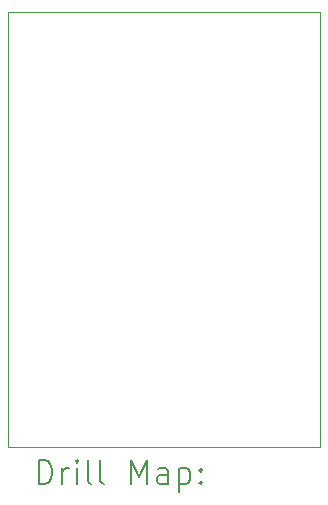
<source format=gbr>
%TF.GenerationSoftware,KiCad,Pcbnew,8.0.6*%
%TF.CreationDate,2024-11-13T16:18:59-08:00*%
%TF.ProjectId,snes_switching_regulator,736e6573-5f73-4776-9974-6368696e675f,A*%
%TF.SameCoordinates,Original*%
%TF.FileFunction,Drillmap*%
%TF.FilePolarity,Positive*%
%FSLAX45Y45*%
G04 Gerber Fmt 4.5, Leading zero omitted, Abs format (unit mm)*
G04 Created by KiCad (PCBNEW 8.0.6) date 2024-11-13 16:18:59*
%MOMM*%
%LPD*%
G01*
G04 APERTURE LIST*
%ADD10C,0.050000*%
%ADD11C,0.200000*%
G04 APERTURE END LIST*
D10*
X12280900Y-10045700D02*
X14922500Y-10045700D01*
X14922500Y-13728700D01*
X12280900Y-13728700D01*
X12280900Y-10045700D01*
D11*
X12539177Y-14042684D02*
X12539177Y-13842684D01*
X12539177Y-13842684D02*
X12586796Y-13842684D01*
X12586796Y-13842684D02*
X12615367Y-13852208D01*
X12615367Y-13852208D02*
X12634415Y-13871255D01*
X12634415Y-13871255D02*
X12643939Y-13890303D01*
X12643939Y-13890303D02*
X12653462Y-13928398D01*
X12653462Y-13928398D02*
X12653462Y-13956969D01*
X12653462Y-13956969D02*
X12643939Y-13995065D01*
X12643939Y-13995065D02*
X12634415Y-14014112D01*
X12634415Y-14014112D02*
X12615367Y-14033160D01*
X12615367Y-14033160D02*
X12586796Y-14042684D01*
X12586796Y-14042684D02*
X12539177Y-14042684D01*
X12739177Y-14042684D02*
X12739177Y-13909350D01*
X12739177Y-13947446D02*
X12748701Y-13928398D01*
X12748701Y-13928398D02*
X12758224Y-13918874D01*
X12758224Y-13918874D02*
X12777272Y-13909350D01*
X12777272Y-13909350D02*
X12796320Y-13909350D01*
X12862986Y-14042684D02*
X12862986Y-13909350D01*
X12862986Y-13842684D02*
X12853462Y-13852208D01*
X12853462Y-13852208D02*
X12862986Y-13861731D01*
X12862986Y-13861731D02*
X12872510Y-13852208D01*
X12872510Y-13852208D02*
X12862986Y-13842684D01*
X12862986Y-13842684D02*
X12862986Y-13861731D01*
X12986796Y-14042684D02*
X12967748Y-14033160D01*
X12967748Y-14033160D02*
X12958224Y-14014112D01*
X12958224Y-14014112D02*
X12958224Y-13842684D01*
X13091558Y-14042684D02*
X13072510Y-14033160D01*
X13072510Y-14033160D02*
X13062986Y-14014112D01*
X13062986Y-14014112D02*
X13062986Y-13842684D01*
X13320129Y-14042684D02*
X13320129Y-13842684D01*
X13320129Y-13842684D02*
X13386796Y-13985541D01*
X13386796Y-13985541D02*
X13453462Y-13842684D01*
X13453462Y-13842684D02*
X13453462Y-14042684D01*
X13634415Y-14042684D02*
X13634415Y-13937922D01*
X13634415Y-13937922D02*
X13624891Y-13918874D01*
X13624891Y-13918874D02*
X13605843Y-13909350D01*
X13605843Y-13909350D02*
X13567748Y-13909350D01*
X13567748Y-13909350D02*
X13548701Y-13918874D01*
X13634415Y-14033160D02*
X13615367Y-14042684D01*
X13615367Y-14042684D02*
X13567748Y-14042684D01*
X13567748Y-14042684D02*
X13548701Y-14033160D01*
X13548701Y-14033160D02*
X13539177Y-14014112D01*
X13539177Y-14014112D02*
X13539177Y-13995065D01*
X13539177Y-13995065D02*
X13548701Y-13976017D01*
X13548701Y-13976017D02*
X13567748Y-13966493D01*
X13567748Y-13966493D02*
X13615367Y-13966493D01*
X13615367Y-13966493D02*
X13634415Y-13956969D01*
X13729653Y-13909350D02*
X13729653Y-14109350D01*
X13729653Y-13918874D02*
X13748701Y-13909350D01*
X13748701Y-13909350D02*
X13786796Y-13909350D01*
X13786796Y-13909350D02*
X13805843Y-13918874D01*
X13805843Y-13918874D02*
X13815367Y-13928398D01*
X13815367Y-13928398D02*
X13824891Y-13947446D01*
X13824891Y-13947446D02*
X13824891Y-14004588D01*
X13824891Y-14004588D02*
X13815367Y-14023636D01*
X13815367Y-14023636D02*
X13805843Y-14033160D01*
X13805843Y-14033160D02*
X13786796Y-14042684D01*
X13786796Y-14042684D02*
X13748701Y-14042684D01*
X13748701Y-14042684D02*
X13729653Y-14033160D01*
X13910605Y-14023636D02*
X13920129Y-14033160D01*
X13920129Y-14033160D02*
X13910605Y-14042684D01*
X13910605Y-14042684D02*
X13901082Y-14033160D01*
X13901082Y-14033160D02*
X13910605Y-14023636D01*
X13910605Y-14023636D02*
X13910605Y-14042684D01*
X13910605Y-13918874D02*
X13920129Y-13928398D01*
X13920129Y-13928398D02*
X13910605Y-13937922D01*
X13910605Y-13937922D02*
X13901082Y-13928398D01*
X13901082Y-13928398D02*
X13910605Y-13918874D01*
X13910605Y-13918874D02*
X13910605Y-13937922D01*
M02*

</source>
